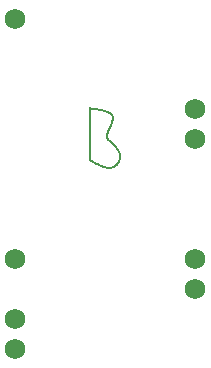
<source format=gbr>
%TF.GenerationSoftware,KiCad,Pcbnew,(6.0.7-1)-1*%
%TF.CreationDate,2022-12-25T16:24:34+07:00*%
%TF.ProjectId,pcb,7063622e-6b69-4636-9164-5f7063625858,rev?*%
%TF.SameCoordinates,Original*%
%TF.FileFunction,Legend,Bot*%
%TF.FilePolarity,Positive*%
%FSLAX46Y46*%
G04 Gerber Fmt 4.6, Leading zero omitted, Abs format (unit mm)*
G04 Created by KiCad (PCBNEW (6.0.7-1)-1) date 2022-12-25 16:24:34*
%MOMM*%
%LPD*%
G01*
G04 APERTURE LIST*
%ADD10C,1.752600*%
G04 APERTURE END LIST*
%TO.C,G\u002A\u002A\u002A*%
G36*
X129119065Y-73178569D02*
G01*
X129070043Y-73173621D01*
X129020154Y-73166694D01*
X128969344Y-73157783D01*
X128917560Y-73146882D01*
X128864750Y-73133987D01*
X128810861Y-73119090D01*
X128755841Y-73102187D01*
X128699635Y-73083271D01*
X128642192Y-73062337D01*
X128637643Y-73060614D01*
X128613855Y-73051455D01*
X128589470Y-73041819D01*
X128564413Y-73031671D01*
X128538608Y-73020975D01*
X128511980Y-73009698D01*
X128484456Y-72997803D01*
X128455961Y-72985255D01*
X128426419Y-72972021D01*
X128395756Y-72958065D01*
X128363897Y-72943352D01*
X128330768Y-72927848D01*
X128296294Y-72911517D01*
X128260400Y-72894324D01*
X128223012Y-72876234D01*
X128184054Y-72857213D01*
X128143452Y-72837226D01*
X128101132Y-72816237D01*
X128057018Y-72794212D01*
X128011036Y-72771116D01*
X127963111Y-72746914D01*
X127913169Y-72721571D01*
X127902852Y-72716320D01*
X127884781Y-72707101D01*
X127865823Y-72697406D01*
X127846110Y-72687305D01*
X127825774Y-72676865D01*
X127804945Y-72666155D01*
X127783756Y-72655242D01*
X127762337Y-72644195D01*
X127740820Y-72633083D01*
X127719336Y-72621973D01*
X127698018Y-72610934D01*
X127676995Y-72600034D01*
X127656401Y-72589341D01*
X127636365Y-72578924D01*
X127617020Y-72568850D01*
X127598497Y-72559189D01*
X127580927Y-72550007D01*
X127564442Y-72541374D01*
X127549173Y-72533358D01*
X127535251Y-72526027D01*
X127522808Y-72519449D01*
X127511976Y-72513693D01*
X127502886Y-72508826D01*
X127495668Y-72504918D01*
X127490455Y-72502035D01*
X127484155Y-72498487D01*
X127484154Y-72473675D01*
X127484154Y-72470498D01*
X127484156Y-72462124D01*
X127484161Y-72451536D01*
X127484169Y-72438778D01*
X127484179Y-72423898D01*
X127484192Y-72406938D01*
X127484206Y-72390286D01*
X127664161Y-72390286D01*
X127726263Y-72422769D01*
X127746738Y-72433463D01*
X127780891Y-72451235D01*
X127815722Y-72469282D01*
X127851097Y-72487537D01*
X127886884Y-72505933D01*
X127922950Y-72524403D01*
X127959161Y-72542882D01*
X127995383Y-72561302D01*
X128031485Y-72579596D01*
X128067332Y-72597697D01*
X128102791Y-72615540D01*
X128137730Y-72633057D01*
X128172014Y-72650181D01*
X128205512Y-72666846D01*
X128238089Y-72682985D01*
X128269612Y-72698531D01*
X128299949Y-72713418D01*
X128328965Y-72727579D01*
X128356529Y-72740946D01*
X128382506Y-72753454D01*
X128406763Y-72765036D01*
X128429167Y-72775624D01*
X128449586Y-72785153D01*
X128481886Y-72799976D01*
X128534143Y-72823341D01*
X128584719Y-72845157D01*
X128633686Y-72865447D01*
X128681120Y-72884235D01*
X128727093Y-72901543D01*
X128771681Y-72917395D01*
X128814957Y-72931814D01*
X128856994Y-72944825D01*
X128897868Y-72956449D01*
X128937652Y-72966712D01*
X128976419Y-72975636D01*
X129014244Y-72983245D01*
X129051201Y-72989562D01*
X129087364Y-72994610D01*
X129122807Y-72998414D01*
X129168502Y-73001547D01*
X129214394Y-73002598D01*
X129259571Y-73001505D01*
X129303981Y-72998282D01*
X129347571Y-72992944D01*
X129390288Y-72985507D01*
X129432080Y-72975985D01*
X129472894Y-72964394D01*
X129512677Y-72950747D01*
X129551376Y-72935062D01*
X129588939Y-72917351D01*
X129625314Y-72897630D01*
X129660446Y-72875915D01*
X129694285Y-72852221D01*
X129726777Y-72826561D01*
X129742659Y-72812843D01*
X129762739Y-72794429D01*
X129783130Y-72774631D01*
X129803422Y-72753872D01*
X129823200Y-72732577D01*
X129842054Y-72711168D01*
X129859572Y-72690069D01*
X129873199Y-72672632D01*
X129899081Y-72636607D01*
X129922991Y-72599241D01*
X129944913Y-72560576D01*
X129964831Y-72520653D01*
X129982729Y-72479515D01*
X129998590Y-72437201D01*
X130012399Y-72393753D01*
X130024139Y-72349214D01*
X130033795Y-72303623D01*
X130041349Y-72257023D01*
X130046787Y-72209454D01*
X130048736Y-72184128D01*
X130050278Y-72151246D01*
X130050796Y-72117883D01*
X130050310Y-72084424D01*
X130048837Y-72051256D01*
X130046395Y-72018768D01*
X130043004Y-71987345D01*
X130038682Y-71957375D01*
X130033446Y-71929245D01*
X130030248Y-71915599D01*
X130025152Y-71897416D01*
X130018810Y-71877669D01*
X130011309Y-71856569D01*
X130002737Y-71834327D01*
X129993181Y-71811151D01*
X129982727Y-71787253D01*
X129971463Y-71762843D01*
X129959476Y-71738130D01*
X129946853Y-71713325D01*
X129933681Y-71688638D01*
X129916554Y-71658037D01*
X129885236Y-71605480D01*
X129851716Y-71553229D01*
X129816117Y-71501442D01*
X129778563Y-71450275D01*
X129739179Y-71399885D01*
X129698089Y-71350429D01*
X129655417Y-71302065D01*
X129611288Y-71254948D01*
X129565825Y-71209237D01*
X129519153Y-71165087D01*
X129515278Y-71161541D01*
X129506416Y-71153490D01*
X129497339Y-71145331D01*
X129487912Y-71136946D01*
X129477997Y-71128217D01*
X129467457Y-71119028D01*
X129456156Y-71109261D01*
X129443956Y-71098797D01*
X129430720Y-71087519D01*
X129416312Y-71075309D01*
X129400594Y-71062050D01*
X129383430Y-71047625D01*
X129364682Y-71031914D01*
X129344214Y-71014802D01*
X129327297Y-71000664D01*
X129310312Y-70986449D01*
X129294899Y-70973521D01*
X129280916Y-70961755D01*
X129268216Y-70951025D01*
X129256656Y-70941203D01*
X129246089Y-70932165D01*
X129236372Y-70923784D01*
X129227358Y-70915933D01*
X129218905Y-70908487D01*
X129210866Y-70901319D01*
X129203097Y-70894302D01*
X129195452Y-70887311D01*
X129187788Y-70880219D01*
X129179959Y-70872901D01*
X129171820Y-70865229D01*
X129163226Y-70857078D01*
X129135784Y-70829934D01*
X129107466Y-70799364D01*
X129081507Y-70768421D01*
X129057899Y-70737093D01*
X129036631Y-70705366D01*
X129017695Y-70673224D01*
X129001084Y-70640656D01*
X128986787Y-70607646D01*
X128974797Y-70574180D01*
X128965104Y-70540245D01*
X128962254Y-70528435D01*
X128959827Y-70517250D01*
X128957891Y-70506714D01*
X128956386Y-70496319D01*
X128955246Y-70485558D01*
X128954410Y-70473923D01*
X128953814Y-70460906D01*
X128953396Y-70445999D01*
X128953353Y-70443958D01*
X128953174Y-70428095D01*
X128953325Y-70413306D01*
X128953840Y-70398906D01*
X128954749Y-70384211D01*
X128956087Y-70368536D01*
X128957885Y-70351196D01*
X128958706Y-70344048D01*
X128963649Y-70308377D01*
X128970153Y-70271099D01*
X128978179Y-70232359D01*
X128987687Y-70192303D01*
X128998636Y-70151073D01*
X129010988Y-70108814D01*
X129024701Y-70065672D01*
X129039737Y-70021789D01*
X129056054Y-69977312D01*
X129073615Y-69932383D01*
X129075799Y-69926974D01*
X129083871Y-69907257D01*
X129091883Y-69888141D01*
X129099989Y-69869288D01*
X129108340Y-69850360D01*
X129117089Y-69831020D01*
X129126388Y-69810929D01*
X129136389Y-69789750D01*
X129147245Y-69767145D01*
X129159108Y-69742777D01*
X129170902Y-69718679D01*
X129182216Y-69695536D01*
X129192599Y-69674264D01*
X129202120Y-69654719D01*
X129210845Y-69636758D01*
X129218842Y-69620237D01*
X129226179Y-69605013D01*
X129232922Y-69590942D01*
X129239140Y-69577880D01*
X129244900Y-69565684D01*
X129250269Y-69554211D01*
X129255315Y-69543317D01*
X129260105Y-69532858D01*
X129264707Y-69522691D01*
X129269188Y-69512673D01*
X129273616Y-69502659D01*
X129278058Y-69492506D01*
X129282582Y-69482072D01*
X129287255Y-69471211D01*
X129292145Y-69459782D01*
X129314319Y-69406234D01*
X129337798Y-69345431D01*
X129359104Y-69285470D01*
X129378253Y-69226296D01*
X129395261Y-69167853D01*
X129410147Y-69110085D01*
X129422927Y-69052937D01*
X129433619Y-68996353D01*
X129434520Y-68991055D01*
X129438002Y-68969609D01*
X129440875Y-68950065D01*
X129443169Y-68932091D01*
X129444916Y-68915354D01*
X129446148Y-68899524D01*
X129446895Y-68884267D01*
X129447189Y-68869253D01*
X129447062Y-68854149D01*
X129446821Y-68844946D01*
X129446347Y-68833603D01*
X129445664Y-68823787D01*
X129444713Y-68814985D01*
X129443436Y-68806687D01*
X129441775Y-68798381D01*
X129439670Y-68789557D01*
X129434385Y-68771512D01*
X129425363Y-68748071D01*
X129413984Y-68724885D01*
X129400265Y-68701968D01*
X129384223Y-68679330D01*
X129365876Y-68656982D01*
X129345241Y-68634937D01*
X129322335Y-68613205D01*
X129297177Y-68591799D01*
X129269783Y-68570730D01*
X129240171Y-68550010D01*
X129208359Y-68529650D01*
X129174363Y-68509661D01*
X129138203Y-68490056D01*
X129099894Y-68470845D01*
X129059454Y-68452041D01*
X129016901Y-68433655D01*
X128972253Y-68415698D01*
X128925526Y-68398182D01*
X128876738Y-68381119D01*
X128825908Y-68364520D01*
X128773051Y-68348397D01*
X128722616Y-68334009D01*
X128669373Y-68319767D01*
X128614162Y-68305895D01*
X128557195Y-68292428D01*
X128498679Y-68279404D01*
X128438823Y-68266857D01*
X128377837Y-68254826D01*
X128315930Y-68243345D01*
X128253309Y-68232452D01*
X128190185Y-68222182D01*
X128126766Y-68212572D01*
X128063262Y-68203659D01*
X127999880Y-68195478D01*
X127936830Y-68188066D01*
X127874322Y-68181460D01*
X127812563Y-68175695D01*
X127751764Y-68170808D01*
X127744675Y-68170288D01*
X127728090Y-68169083D01*
X127713771Y-68168066D01*
X127701628Y-68167229D01*
X127691571Y-68166567D01*
X127683508Y-68166075D01*
X127677350Y-68165748D01*
X127673006Y-68165578D01*
X127670384Y-68165562D01*
X127669396Y-68165692D01*
X127669386Y-68165999D01*
X127669364Y-68168392D01*
X127669341Y-68173128D01*
X127669314Y-68180168D01*
X127669286Y-68189473D01*
X127669255Y-68201005D01*
X127669221Y-68214725D01*
X127669186Y-68230596D01*
X127669149Y-68248577D01*
X127669109Y-68268632D01*
X127669068Y-68290721D01*
X127669024Y-68314806D01*
X127668979Y-68340848D01*
X127668932Y-68368809D01*
X127668883Y-68398650D01*
X127668832Y-68430333D01*
X127668780Y-68463820D01*
X127668725Y-68499071D01*
X127668670Y-68536049D01*
X127668613Y-68574715D01*
X127668554Y-68615030D01*
X127668494Y-68656955D01*
X127668432Y-68700454D01*
X127668370Y-68745486D01*
X127668305Y-68792013D01*
X127668240Y-68839997D01*
X127668174Y-68889399D01*
X127668106Y-68940181D01*
X127668038Y-68992305D01*
X127667968Y-69045731D01*
X127667897Y-69100422D01*
X127667826Y-69156338D01*
X127667754Y-69213442D01*
X127667680Y-69271695D01*
X127667607Y-69331057D01*
X127667532Y-69391492D01*
X127667457Y-69452960D01*
X127667381Y-69515423D01*
X127667305Y-69578841D01*
X127667228Y-69643178D01*
X127667151Y-69708394D01*
X127667073Y-69774451D01*
X127666995Y-69841310D01*
X127666917Y-69908933D01*
X127666839Y-69977281D01*
X127666760Y-70046315D01*
X127666682Y-70115998D01*
X127666603Y-70186291D01*
X127666525Y-70257155D01*
X127666490Y-70288793D01*
X127666411Y-70359506D01*
X127666334Y-70429653D01*
X127666257Y-70499194D01*
X127666181Y-70568091D01*
X127666105Y-70636303D01*
X127666031Y-70703794D01*
X127665957Y-70770522D01*
X127665884Y-70836450D01*
X127665812Y-70901538D01*
X127665741Y-70965747D01*
X127665671Y-71029039D01*
X127665602Y-71091374D01*
X127665534Y-71152713D01*
X127665467Y-71213018D01*
X127665402Y-71272249D01*
X127665338Y-71330367D01*
X127665275Y-71387333D01*
X127665213Y-71443108D01*
X127665153Y-71497654D01*
X127665094Y-71550931D01*
X127665036Y-71602900D01*
X127664980Y-71653522D01*
X127664926Y-71702759D01*
X127664873Y-71750570D01*
X127664821Y-71796918D01*
X127664772Y-71841763D01*
X127664724Y-71885066D01*
X127664678Y-71926788D01*
X127664633Y-71966890D01*
X127664591Y-72005333D01*
X127664550Y-72042079D01*
X127664511Y-72077087D01*
X127664474Y-72110320D01*
X127664439Y-72141738D01*
X127664407Y-72171302D01*
X127664376Y-72198972D01*
X127664348Y-72224711D01*
X127664321Y-72248479D01*
X127664297Y-72270237D01*
X127664275Y-72289946D01*
X127664256Y-72307567D01*
X127664238Y-72323061D01*
X127664224Y-72336389D01*
X127664211Y-72347511D01*
X127664201Y-72356390D01*
X127664194Y-72362986D01*
X127664189Y-72367260D01*
X127664187Y-72369172D01*
X127664161Y-72390286D01*
X127484206Y-72390286D01*
X127484208Y-72387946D01*
X127484226Y-72366965D01*
X127484246Y-72344042D01*
X127484269Y-72319221D01*
X127484294Y-72292548D01*
X127484321Y-72264068D01*
X127484351Y-72233826D01*
X127484382Y-72201867D01*
X127484416Y-72168238D01*
X127484452Y-72132982D01*
X127484490Y-72096145D01*
X127484530Y-72057773D01*
X127484571Y-72017910D01*
X127484615Y-71976602D01*
X127484660Y-71933895D01*
X127484707Y-71889832D01*
X127484756Y-71844461D01*
X127484806Y-71797825D01*
X127484858Y-71749970D01*
X127484912Y-71700941D01*
X127484966Y-71650784D01*
X127485023Y-71599544D01*
X127485080Y-71547266D01*
X127485139Y-71493994D01*
X127485200Y-71439776D01*
X127485261Y-71384655D01*
X127485324Y-71328677D01*
X127485388Y-71271888D01*
X127485452Y-71214331D01*
X127485518Y-71156054D01*
X127485585Y-71097100D01*
X127485652Y-71037516D01*
X127485721Y-70977346D01*
X127485790Y-70916635D01*
X127485860Y-70855429D01*
X127485930Y-70793774D01*
X127486002Y-70731714D01*
X127486073Y-70669294D01*
X127486146Y-70606560D01*
X127486218Y-70543558D01*
X127486292Y-70480331D01*
X127486365Y-70416926D01*
X127486439Y-70353388D01*
X127486513Y-70289762D01*
X127486587Y-70226093D01*
X127486662Y-70162426D01*
X127486736Y-70098808D01*
X127486811Y-70035282D01*
X127486885Y-69971894D01*
X127486960Y-69908690D01*
X127487034Y-69845715D01*
X127487108Y-69783013D01*
X127487182Y-69720631D01*
X127487256Y-69658612D01*
X127487329Y-69597004D01*
X127487402Y-69535850D01*
X127487475Y-69475197D01*
X127487547Y-69415089D01*
X127487618Y-69355571D01*
X127487689Y-69296689D01*
X127487760Y-69238488D01*
X127487829Y-69181014D01*
X127487898Y-69124311D01*
X127487966Y-69068425D01*
X127488033Y-69013400D01*
X127488099Y-68959283D01*
X127488164Y-68906119D01*
X127488229Y-68853952D01*
X127488292Y-68802828D01*
X127488354Y-68752792D01*
X127488415Y-68703890D01*
X127488474Y-68656166D01*
X127488532Y-68609667D01*
X127488589Y-68564436D01*
X127488645Y-68520520D01*
X127488699Y-68477963D01*
X127488752Y-68436811D01*
X127488803Y-68397110D01*
X127488852Y-68358903D01*
X127488900Y-68322237D01*
X127488946Y-68287157D01*
X127488991Y-68253708D01*
X127489033Y-68221936D01*
X127489074Y-68191884D01*
X127489113Y-68163600D01*
X127489149Y-68137127D01*
X127489184Y-68112512D01*
X127489217Y-68089799D01*
X127489247Y-68069034D01*
X127489276Y-68050262D01*
X127489302Y-68033528D01*
X127489326Y-68018877D01*
X127489347Y-68006356D01*
X127489366Y-67996007D01*
X127489383Y-67987878D01*
X127489397Y-67982014D01*
X127489409Y-67978459D01*
X127489418Y-67977259D01*
X127489420Y-67977257D01*
X127490708Y-67977235D01*
X127494145Y-67977308D01*
X127499485Y-67977468D01*
X127506485Y-67977704D01*
X127514901Y-67978006D01*
X127524490Y-67978365D01*
X127535006Y-67978771D01*
X127546206Y-67979214D01*
X127557847Y-67979684D01*
X127569684Y-67980173D01*
X127581472Y-67980669D01*
X127592969Y-67981163D01*
X127603931Y-67981646D01*
X127614112Y-67982108D01*
X127623270Y-67982538D01*
X127631160Y-67982928D01*
X127649074Y-67983867D01*
X127711419Y-67987554D01*
X127772783Y-67991858D01*
X127833520Y-67996817D01*
X127893983Y-68002470D01*
X127954526Y-68008855D01*
X128015500Y-68016012D01*
X128077260Y-68023979D01*
X128140157Y-68032795D01*
X128204546Y-68042498D01*
X128270780Y-68053127D01*
X128314588Y-68060517D01*
X128390675Y-68074135D01*
X128464544Y-68088381D01*
X128536187Y-68103252D01*
X128605600Y-68118747D01*
X128672776Y-68134864D01*
X128737707Y-68151600D01*
X128800389Y-68168954D01*
X128860814Y-68186923D01*
X128918977Y-68205505D01*
X128974871Y-68224699D01*
X129028489Y-68244502D01*
X129079826Y-68264912D01*
X129128875Y-68285927D01*
X129175630Y-68307546D01*
X129220085Y-68329765D01*
X129262233Y-68352584D01*
X129302067Y-68375999D01*
X129339583Y-68400009D01*
X129352718Y-68408934D01*
X129387132Y-68433788D01*
X129419270Y-68459247D01*
X129449126Y-68485304D01*
X129476692Y-68511950D01*
X129501962Y-68539178D01*
X129524930Y-68566981D01*
X129545590Y-68595351D01*
X129563934Y-68624280D01*
X129579957Y-68653760D01*
X129593651Y-68683784D01*
X129605010Y-68714344D01*
X129606230Y-68718076D01*
X129611153Y-68734247D01*
X129615302Y-68750022D01*
X129618832Y-68766098D01*
X129621901Y-68783174D01*
X129624664Y-68801947D01*
X129625066Y-68805422D01*
X129625710Y-68813541D01*
X129626217Y-68823456D01*
X129626587Y-68834778D01*
X129626820Y-68847116D01*
X129626916Y-68860080D01*
X129626875Y-68873280D01*
X129626697Y-68886325D01*
X129626383Y-68898825D01*
X129625933Y-68910389D01*
X129625346Y-68920628D01*
X129624624Y-68929151D01*
X129619503Y-68971599D01*
X129612535Y-69017768D01*
X129604015Y-69065151D01*
X129594003Y-69113491D01*
X129582561Y-69162526D01*
X129569748Y-69211996D01*
X129555627Y-69261641D01*
X129540257Y-69311201D01*
X129523700Y-69360416D01*
X129515805Y-69382703D01*
X129506651Y-69407844D01*
X129497293Y-69432780D01*
X129487654Y-69457686D01*
X129477657Y-69482739D01*
X129467227Y-69508114D01*
X129456285Y-69533986D01*
X129444757Y-69560532D01*
X129432566Y-69587928D01*
X129419635Y-69616349D01*
X129405887Y-69645970D01*
X129391247Y-69676968D01*
X129375638Y-69709518D01*
X129358984Y-69743796D01*
X129341207Y-69779978D01*
X129336546Y-69789426D01*
X129327478Y-69807855D01*
X129319333Y-69824489D01*
X129311998Y-69839562D01*
X129305364Y-69853307D01*
X129299317Y-69865958D01*
X129293747Y-69877748D01*
X129288543Y-69888912D01*
X129283592Y-69899683D01*
X129278784Y-69910295D01*
X129274007Y-69920982D01*
X129268913Y-69932527D01*
X129248111Y-69981391D01*
X129228927Y-70029366D01*
X129211385Y-70076377D01*
X129195506Y-70122350D01*
X129181314Y-70167209D01*
X129168831Y-70210881D01*
X129158080Y-70253290D01*
X129149084Y-70294362D01*
X129141865Y-70334023D01*
X129136447Y-70372196D01*
X129136316Y-70373291D01*
X129135513Y-70380504D01*
X129134889Y-70387309D01*
X129134423Y-70394175D01*
X129134092Y-70401569D01*
X129133876Y-70409959D01*
X129133752Y-70419813D01*
X129133700Y-70431598D01*
X129133695Y-70439266D01*
X129133750Y-70449898D01*
X129133926Y-70458797D01*
X129134272Y-70466375D01*
X129134835Y-70473043D01*
X129135666Y-70479212D01*
X129136812Y-70485294D01*
X129138322Y-70491699D01*
X129140245Y-70498839D01*
X129142628Y-70507125D01*
X129145657Y-70517045D01*
X129152966Y-70538033D01*
X129161400Y-70558520D01*
X129171056Y-70578642D01*
X129182031Y-70598532D01*
X129194422Y-70618327D01*
X129208325Y-70638159D01*
X129223838Y-70658163D01*
X129241058Y-70678474D01*
X129260082Y-70699226D01*
X129281006Y-70720554D01*
X129303928Y-70742592D01*
X129328944Y-70765474D01*
X129331399Y-70767665D01*
X129342253Y-70777242D01*
X129354707Y-70788071D01*
X129368808Y-70800190D01*
X129384603Y-70813639D01*
X129402138Y-70828459D01*
X129421460Y-70844690D01*
X129442617Y-70862371D01*
X129454872Y-70872596D01*
X129476961Y-70891063D01*
X129497357Y-70908164D01*
X129516171Y-70923997D01*
X129533516Y-70938656D01*
X129549504Y-70952237D01*
X129564247Y-70964837D01*
X129577857Y-70976552D01*
X129590448Y-70987476D01*
X129602131Y-70997706D01*
X129613018Y-71007338D01*
X129623223Y-71016467D01*
X129674962Y-71064471D01*
X129727138Y-71115959D01*
X129777626Y-71168999D01*
X129826341Y-71223492D01*
X129873196Y-71279341D01*
X129918108Y-71336445D01*
X129960991Y-71394708D01*
X130001760Y-71454031D01*
X130014733Y-71473824D01*
X130037553Y-71509866D01*
X130059308Y-71545829D01*
X130079937Y-71581587D01*
X130099381Y-71617012D01*
X130117579Y-71651977D01*
X130134473Y-71686355D01*
X130150003Y-71720018D01*
X130164107Y-71752838D01*
X130176728Y-71784689D01*
X130187804Y-71815443D01*
X130197276Y-71844973D01*
X130205085Y-71873151D01*
X130211170Y-71899850D01*
X130211282Y-71900409D01*
X130217725Y-71936784D01*
X130222883Y-71974842D01*
X130226750Y-72014241D01*
X130229321Y-72054639D01*
X130230591Y-72095694D01*
X130230555Y-72137064D01*
X130229207Y-72178407D01*
X130226543Y-72219382D01*
X130222556Y-72259646D01*
X130217242Y-72298857D01*
X130216168Y-72305666D01*
X130206842Y-72356764D01*
X130195481Y-72406601D01*
X130182070Y-72455204D01*
X130166596Y-72502602D01*
X130149047Y-72548825D01*
X130129409Y-72593901D01*
X130107669Y-72637858D01*
X130083813Y-72680726D01*
X130057828Y-72722532D01*
X130029702Y-72763307D01*
X129999420Y-72803078D01*
X129966970Y-72841874D01*
X129940153Y-72871553D01*
X129906107Y-72906538D01*
X129871372Y-72939266D01*
X129835881Y-72969778D01*
X129799569Y-72998115D01*
X129762370Y-73024317D01*
X129724219Y-73048425D01*
X129685051Y-73070482D01*
X129644800Y-73090527D01*
X129603400Y-73108601D01*
X129560785Y-73124746D01*
X129516891Y-73139003D01*
X129471652Y-73151411D01*
X129442355Y-73158295D01*
X129397929Y-73167035D01*
X129353005Y-73173837D01*
X129307530Y-73178695D01*
X129261451Y-73181603D01*
X129214716Y-73182555D01*
X129214394Y-73182548D01*
X129167272Y-73181546D01*
X129119065Y-73178569D01*
G37*
%TD*%
D10*
%TO.C,U1*%
X136525000Y-83343750D03*
X136525000Y-80803750D03*
X136525000Y-70643750D03*
X136525000Y-68103750D03*
X121285000Y-60483750D03*
X121285000Y-80803750D03*
X121285000Y-85883750D03*
X121285000Y-88423750D03*
%TD*%
M02*

</source>
